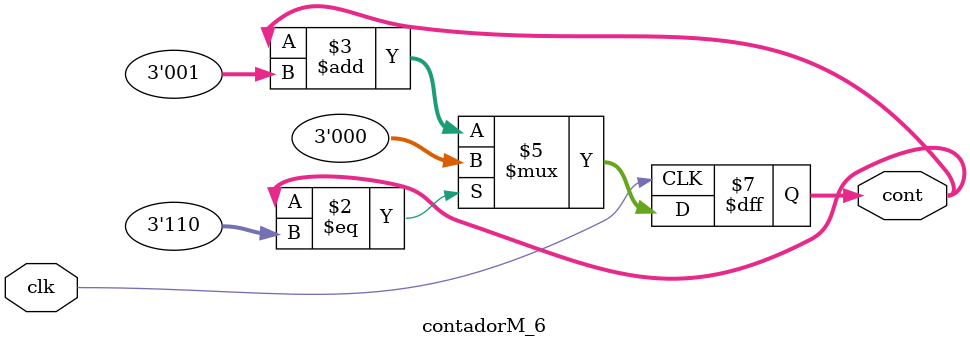
<source format=v>
module contadorM_6 (input clk,
                    output reg [0:2] cont);
  
   
  
  always @ (posedge clk)
    begin
      if(cont == 3'h6) begin
        cont = 3'h0;
      end
      else begin
        cont = cont + 3'h1;
      end
    end
endmodule
</source>
